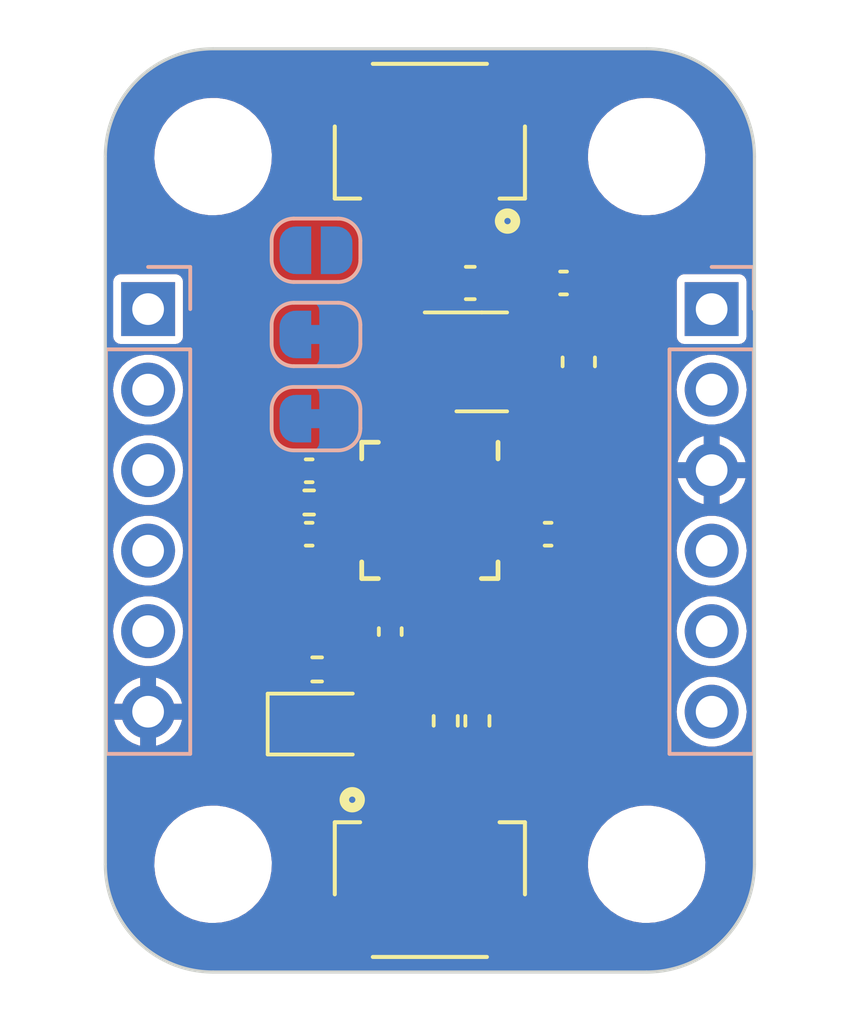
<source format=kicad_pcb>
(kicad_pcb (version 20221018) (generator pcbnew)
  (layers (0 "F.Cu" signal) (31 "B.Cu" signal) (34 "B.Paste" user) (35 "F.Paste" user) (36 "B.SilkS" user "B.Silkscreen") (37 "F.SilkS" user "F.Silkscreen") (38 "B.Mask" user) (39 "F.Mask" user) (44 "Edge.Cuts" user))
  (net 0 "")
  (net 1 "+3V3")
  (net 2 "GND")
  (net 3 "Net-(U1-REGOUT)")
  (net 4 "Net-(U1-CPOUT)")
  (net 5 "VDD")
  (net 6 "Net-(D1-A)")
  (net 7 "/SCL")
  (net 8 "/SDA")
  (net 9 "/INT")
  (net 10 "/AD0")
  (net 11 "/FSYNC_IN")
  (net 12 "/SCL_EXT")
  (net 13 "/SDA_EXT")
  (net 14 "/CLKIN")
  (footprint "Resistor_SMD:R_0402_1005Metric" (layer "F.Cu") (at 168.3004 120.9548)
    (fp_text reference "R4" hide)
    (fp_text value "4K7")
    (fp_line (start -0.153641 -0.38) (end 0.153641 -0.38) (stroke (width 0.12)) (layer "F.SilkS"))
    (fp_line (start -0.153641 0.38) (end 0.153641 0.38) (stroke (width 0.12)) (layer "F.SilkS"))
    (pad "1" smd roundrect (at -0.51 0) (size 0.54 0.64) (layers "F.Cu" "F.Paste" "F.Mask") (net 1 "+3V3"))
    (pad "2" smd roundrect (at 0.51 0) (size 0.54 0.64) (layers "F.Cu" "F.Paste" "F.Mask") (net 6 "Net-(D1-A)"))
  )
  (footprint "Capacitor_SMD:C_0402_1005Metric" (layer "F.Cu") (at 175.5876 116.6883)
    (fp_text reference "C3" hide)
    (fp_text value "2.2nF")
    (fp_line (start -0.107836 -0.36) (end 0.107836 -0.36) (stroke (width 0.12)) (layer "F.SilkS"))
    (fp_line (start -0.107836 0.36) (end 0.107836 0.36) (stroke (width 0.12)) (layer "F.SilkS"))
    (pad "1" smd roundrect (at -0.48 0) (size 0.56 0.62) (layers "F.Cu" "F.Paste" "F.Mask") (net 4 "Net-(U1-CPOUT)"))
    (pad "2" smd roundrect (at 0.48 0) (size 0.56 0.62) (layers "F.Cu" "F.Paste" "F.Mask") (net 2 "GND"))
  )
  (footprint "Resistor_SMD:R_0402_1005Metric" (layer "F.Cu") (at 173.3574 122.5764 -90)
    (fp_text reference "R2" hide)
    (fp_text value "2K2")
    (fp_line (start -0.153641 -0.38) (end 0.153641 -0.38) (stroke (width 0.12)) (layer "F.SilkS"))
    (fp_line (start -0.153641 0.38) (end 0.153641 0.38) (stroke (width 0.12)) (layer "F.SilkS"))
    (pad "1" smd roundrect (at -0.51 0 270) (size 0.54 0.64) (layers "F.Cu" "F.Paste" "F.Mask") (net 1 "+3V3"))
    (pad "2" smd roundrect (at 0.51 0 270) (size 0.54 0.64) (layers "F.Cu" "F.Paste" "F.Mask") (net 7 "/SCL"))
  )
  (footprint "Capacitor_SMD:C_0402_1005Metric" (layer "F.Cu") (at 170.6074 119.761 -90)
    (fp_text reference "C4" hide)
    (fp_text value "100nF")
    (fp_line (start -0.107836 -0.36) (end 0.107836 -0.36) (stroke (width 0.12)) (layer "F.SilkS"))
    (fp_line (start -0.107836 0.36) (end 0.107836 0.36) (stroke (width 0.12)) (layer "F.SilkS"))
    (pad "1" smd roundrect (at -0.48 0 270) (size 0.56 0.62) (layers "F.Cu" "F.Paste" "F.Mask") (net 1 "+3V3"))
    (pad "2" smd roundrect (at 0.48 0 270) (size 0.56 0.62) (layers "F.Cu" "F.Paste" "F.Mask") (net 2 "GND"))
  )
  (footprint "Sensor_Motion:InvenSense_QFN-24_4x4mm_P0.5mm" (layer "F.Cu") (at 171.8574 115.9383 -90)
    (fp_text reference "U1" hide)
    (fp_text value "MPU-6050")
    (fp_line (start -2.15 -2.15) (end -1.625 -2.15) (stroke (width 0.15)) (layer "F.SilkS"))
    (fp_line (start -2.15 2.15) (end -2.15 1.625) (stroke (width 0.15)) (layer "F.SilkS"))
    (fp_line (start -2.15 2.15) (end -1.625 2.15) (stroke (width 0.15)) (layer "F.SilkS"))
    (fp_line (start 2.15 -2.15) (end 1.625 -2.15) (stroke (width 0.15)) (layer "F.SilkS"))
    (fp_line (start 2.15 -2.15) (end 2.15 -1.625) (stroke (width 0.15)) (layer "F.SilkS"))
    (fp_line (start 2.15 2.15) (end 1.625 2.15) (stroke (width 0.15)) (layer "F.SilkS"))
    (fp_line (start 2.15 2.15) (end 2.15 1.625) (stroke (width 0.15)) (layer "F.SilkS"))
    (pad "1" smd roundrect (at -1.95 -1.25 270) (size 0.85 0.3) (layers "F.Cu" "F.Paste" "F.Mask") (net 14 "/CLKIN"))
    (pad "2" smd roundrect (at -1.95 -0.75 270) (size 0.85 0.3) (layers "F.Cu" "F.Paste" "F.Mask"))
    (pad "3" smd roundrect (at -1.95 -0.25 270) (size 0.85 0.3) (layers "F.Cu" "F.Paste" "F.Mask"))
    (pad "4" smd roundrect (at -1.95 0.25 270) (size 0.85 0.3) (layers "F.Cu" "F.Paste" "F.Mask"))
    (pad "5" smd roundrect (at -1.95 0.75 270) (size 0.85 0.3) (layers "F.Cu" "F.Paste" "F.Mask"))
    (pad "6" smd roundrect (at -1.95 1.25 270) (size 0.85 0.3) (layers "F.Cu" "F.Paste" "F.Mask") (net 13 "/SDA_EXT"))
    (pad "7" smd roundrect (at -1.25 1.95) (size 0.85 0.3) (layers "F.Cu" "F.Paste" "F.Mask") (net 12 "/SCL_EXT"))
    (pad "8" smd roundrect (at -0.75 1.95) (size 0.85 0.3) (layers "F.Cu" "F.Paste" "F.Mask") (net 1 "+3V3"))
    (pad "9" smd roundrect (at -0.25 1.95) (size 0.85 0.3) (layers "F.Cu" "F.Paste" "F.Mask") (net 10 "/AD0"))
    (pad "10" smd roundrect (at 0.25 1.95) (size 0.85 0.3) (layers "F.Cu" "F.Paste" "F.Mask") (net 3 "Net-(U1-REGOUT)"))
    (pad "11" smd roundrect (at 0.75 1.95) (size 0.85 0.3) (layers "F.Cu" "F.Paste" "F.Mask") (net 11 "/FSYNC_IN"))
    (pad "12" smd roundrect (at 1.25 1.95) (size 0.85 0.3) (layers "F.Cu" "F.Paste" "F.Mask") (net 9 "/INT"))
    (pad "13" smd roundrect (at 1.95 1.25 270) (size 0.85 0.3) (layers "F.Cu" "F.Paste" "F.Mask") (net 1 "+3V3"))
    (pad "14" smd roundrect (at 1.95 0.75 270) (size 0.85 0.3) (layers "F.Cu" "F.Paste" "F.Mask"))
    (pad "15" smd roundrect (at 1.95 0.25 270) (size 0.85 0.3) (layers "F.Cu" "F.Paste" "F.Mask"))
    (pad "16" smd roundrect (at 1.95 -0.25 270) (size 0.85 0.3) (layers "F.Cu" "F.Paste" "F.Mask"))
    (pad "17" smd roundrect (at 1.95 -0.75 270) (size 0.85 0.3) (layers "F.Cu" "F.Paste" "F.Mask"))
    (pad "18" smd roundrect (at 1.95 -1.25 270) (size 0.85 0.3) (layers "F.Cu" "F.Paste" "F.Mask") (net 2 "GND"))
    (pad "19" smd roundrect (at 1.25 -1.95) (size 0.85 0.3) (layers "F.Cu" "F.Paste" "F.Mask"))
    (pad "20" smd roundrect (at 0.75 -1.95) (size 0.85 0.3) (layers "F.Cu" "F.Paste" "F.Mask") (net 4 "Net-(U1-CPOUT)"))
    (pad "21" smd roundrect (at 0.25 -1.95) (size 0.85 0.3) (layers "F.Cu" "F.Paste" "F.Mask"))
    (pad "22" smd roundrect (at -0.25 -1.95) (size 0.85 0.3) (layers "F.Cu" "F.Paste" "F.Mask"))
    (pad "23" smd roundrect (at -0.75 -1.95) (size 0.85 0.3) (layers "F.Cu" "F.Paste" "F.Mask") (net 7 "/SCL"))
    (pad "24" smd roundrect (at -1.25 -1.95) (size 0.85 0.3) (layers "F.Cu" "F.Paste" "F.Mask") (net 8 "/SDA"))
    (zone (net 0) (net_name "") (layer "F.Cu") (connect_pads (clearance 0)) (min_thickness 0.254)
      (keepout (tracks not_allowed) (vias not_allowed) (pads not_allowed) (copperpour not_allowed) (footprints allowed))
      (fill (thermal_gap 0.508) (thermal_bridge_width 0.508))
      (polygon (pts (xy 173.1824 114.5633) (xy 173.1824 117.3133) (xy 170.5324 117.3133) (xy 170.5324 114.5633)))
    )
  )
  (footprint "Resistor_SMD:R_0402_1005Metric" (layer "F.Cu") (at 168.049 115.6883 180)
    (fp_text reference "R3" hide)
    (fp_text value "10K")
    (fp_line (start -0.153641 -0.38) (end 0.153641 -0.38) (stroke (width 0.12)) (layer "F.SilkS"))
    (fp_line (start -0.153641 0.38) (end 0.153641 0.38) (stroke (width 0.12)) (layer "F.SilkS"))
    (pad "1" smd roundrect (at -0.51 0 180) (size 0.54 0.64) (layers "F.Cu" "F.Paste" "F.Mask") (net 10 "/AD0"))
    (pad "2" smd roundrect (at 0.51 0 180) (size 0.54 0.64) (layers "F.Cu" "F.Paste" "F.Mask") (net 2 "GND"))
  )
  (footprint "Package_TO_SOT_SMD:SOT-23-5" (layer "F.Cu") (at 173.4949 111.2534)
    (fp_text reference "U2" hide)
    (fp_text value "AP2112K-3.3")
    (fp_line (start 0 -1.56) (end -1.8 -1.56) (stroke (width 0.12)) (layer "F.SilkS"))
    (fp_line (start 0 -1.56) (end 0.8 -1.56) (stroke (width 0.12)) (layer "F.SilkS"))
    (fp_line (start 0 1.56) (end -0.8 1.56) (stroke (width 0.12)) (layer "F.SilkS"))
    (fp_line (start 0 1.56) (end 0.8 1.56) (stroke (width 0.12)) (layer "F.SilkS"))
    (pad "1" smd roundrect (at -1.1375 -0.95) (size 1.325 0.6) (layers "F.Cu" "F.Paste" "F.Mask") (net 5 "VDD"))
    (pad "2" smd roundrect (at -1.1375 0) (size 1.325 0.6) (layers "F.Cu" "F.Paste" "F.Mask") (net 2 "GND"))
    (pad "3" smd roundrect (at -1.1375 0.95) (size 1.325 0.6) (layers "F.Cu" "F.Paste" "F.Mask") (net 5 "VDD"))
    (pad "4" smd roundrect (at 1.1375 0.95) (size 1.325 0.6) (layers "F.Cu" "F.Paste" "F.Mask"))
    (pad "5" smd roundrect (at 1.1375 -0.95) (size 1.325 0.6) (layers "F.Cu" "F.Paste" "F.Mask") (net 1 "+3V3"))
  )
  (footprint "Capacitor_SMD:C_0603_1608Metric" (layer "F.Cu") (at 176.5554 111.2534 -90)
    (fp_text reference "C6" hide)
    (fp_text value "4u7")
    (fp_line (start -0.14058 -0.51) (end 0.14058 -0.51) (stroke (width 0.12)) (layer "F.SilkS"))
    (fp_line (start -0.14058 0.51) (end 0.14058 0.51) (stroke (width 0.12)) (layer "F.SilkS"))
    (pad "1" smd roundrect (at -0.775 0 270) (size 0.9 0.95) (layers "F.Cu" "F.Paste" "F.Mask") (net 1 "+3V3"))
    (pad "2" smd roundrect (at 0.775 0 270) (size 0.9 0.95) (layers "F.Cu" "F.Paste" "F.Mask") (net 2 "GND"))
  )
  (footprint "Capacitor_SMD:C_0603_1608Metric" (layer "F.Cu") (at 173.1324 108.7642)
    (fp_text reference "C5" hide)
    (fp_text value "2u2")
    (fp_line (start -0.14058 -0.51) (end 0.14058 -0.51) (stroke (width 0.12)) (layer "F.SilkS"))
    (fp_line (start -0.14058 0.51) (end 0.14058 0.51) (stroke (width 0.12)) (layer "F.SilkS"))
    (pad "1" smd roundrect (at -0.775 0) (size 0.9 0.95) (layers "F.Cu" "F.Paste" "F.Mask") (net 5 "VDD"))
    (pad "2" smd roundrect (at 0.775 0) (size 0.9 0.95) (layers "F.Cu" "F.Paste" "F.Mask") (net 2 "GND"))
  )
  (footprint "LED_SMD:LED_0805_2012Metric" (layer "F.Cu") (at 168.4251 122.678)
    (fp_text reference "D1" hide)
    (fp_text value "LED")
    (fp_line (start -1.685 -0.96) (end -1.685 0.96) (stroke (width 0.12)) (layer "F.SilkS"))
    (fp_line (start -1.685 0.96) (end 1 0.96) (stroke (width 0.12)) (layer "F.SilkS"))
    (fp_line (start 1 -0.96) (end -1.685 -0.96) (stroke (width 0.12)) (layer "F.SilkS"))
    (pad "1" smd roundrect (at -0.9375 0) (size 0.975 1.4) (layers "F.Cu" "F.Paste" "F.Mask") (net 2 "GND"))
    (pad "2" smd roundrect (at 0.9375 0) (size 0.975 1.4) (layers "F.Cu" "F.Paste" "F.Mask") (net 6 "Net-(D1-A)"))
  )
  (footprint "MountingHole:MountingHole_3.2mm_M3" (layer "F.Cu") (at 165.0174 127.1002)
    (fp_text reference "H4" hide)
    (fp_text value "MountingHole")
    (pad "" np_thru_hole circle (at 0 0) (size 3.2 3.2) (drill 3.2) (layers "*.Cu" "*.Mask"))
  )
  (footprint "MountingHole:MountingHole_3.2mm_M3" (layer "F.Cu") (at 165.0174 104.7764)
    (fp_text reference "H2" hide)
    (fp_text value "MountingHole")
    (pad "" np_thru_hole circle (at 0 0) (size 3.2 3.2) (drill 3.2) (layers "*.Cu" "*.Mask"))
  )
  (footprint "Capacitor_SMD:C_0402_1005Metric" (layer "F.Cu") (at 176.0754 108.7642 180)
    (fp_text reference "C7" hide)
    (fp_text value "100nF")
    (fp_line (start -0.107836 -0.36) (end 0.107836 -0.36) (stroke (width 0.12)) (layer "F.SilkS"))
    (fp_line (start -0.107836 0.36) (end 0.107836 0.36) (stroke (width 0.12)) (layer "F.SilkS"))
    (pad "1" smd roundrect (at -0.48 0 180) (size 0.56 0.62) (layers "F.Cu" "F.Paste" "F.Mask") (net 1 "+3V3"))
    (pad "2" smd roundrect (at 0.48 0 180) (size 0.56 0.62) (layers "F.Cu" "F.Paste" "F.Mask") (net 2 "GND"))
  )
  (footprint "MountingHole:MountingHole_3.2mm_M3" (layer "F.Cu") (at 178.6974 104.7764)
    (fp_text reference "H1" hide)
    (fp_text value "MountingHole")
    (pad "" np_thru_hole circle (at 0 0) (size 3.2 3.2) (drill 3.2) (layers "*.Cu" "*.Mask"))
  )
  (footprint "Capacitor_SMD:C_0402_1005Metric" (layer "F.Cu") (at 168.049 114.6883 180)
    (fp_text reference "C1" hide)
    (fp_text value "100nF")
    (fp_line (start -0.107836 -0.36) (end 0.107836 -0.36) (stroke (width 0.12)) (layer "F.SilkS"))
    (fp_line (start -0.107836 0.36) (end 0.107836 0.36) (stroke (width 0.12)) (layer "F.SilkS"))
    (pad "1" smd roundrect (at -0.48 0 180) (size 0.56 0.62) (layers "F.Cu" "F.Paste" "F.Mask") (net 1 "+3V3"))
    (pad "2" smd roundrect (at 0.48 0 180) (size 0.56 0.62) (layers "F.Cu" "F.Paste" "F.Mask") (net 2 "GND"))
  )
  (footprint "SM04B-SRSS-TB_LF__SN_:JST_SM04B-SRSS-TB_LF__SN_" (layer "F.Cu") (at 171.8574 106.4264 180)
    (fp_text reference "J1" hide)
    (fp_text value "I2C")
    (fp_line (start -3 0.325) (end -3 2.6) (stroke (width 0.127)) (layer "F.SilkS"))
    (fp_line (start -2.2 0.325) (end -3 0.325) (stroke (width 0.127)) (layer "F.SilkS"))
    (fp_line (start -1.8 4.575) (end 1.8 4.575) (stroke (width 0.127)) (layer "F.SilkS"))
    (fp_line (start 2.2 0.325) (end 3 0.325) (stroke (width 0.127)) (layer "F.SilkS"))
    (fp_line (start 3 0.325) (end 3 2.6) (stroke (width 0.127)) (layer "F.SilkS"))
    (fp_circle (center -2.45 -0.385) (end -2.35 -0.385) (stroke (width 0.3)) (fill none) (layer "F.SilkS"))
    (pad "1" smd rect (at -1.5 0 180) (size 0.6 1.55) (layers "F.Cu" "F.Paste" "F.Mask") (net 2 "GND"))
    (pad "2" smd rect (at -0.5 0 180) (size 0.6 1.55) (layers "F.Cu" "F.Paste" "F.Mask") (net 5 "VDD"))
    (pad "3" smd rect (at 0.5 0 180) (size 0.6 1.55) (layers "F.Cu" "F.Paste" "F.Mask") (net 8 "/SDA"))
    (pad "4" smd rect (at 1.5 0 180) (size 0.6 1.55) (layers "F.Cu" "F.Paste" "F.Mask") (net 7 "/SCL"))
    (pad "S1" smd rect (at -2.8 3.875) (size 1.2 1.8) (layers "F.Cu" "F.Paste" "F.Mask") (net 2 "GND"))
    (pad "S2" smd rect (at 2.8 3.875) (size 1.2 1.8) (layers "F.Cu" "F.Paste" "F.Mask") (net 2 "GND"))
  )
  (footprint "Resistor_SMD:R_0402_1005Metric" (layer "F.Cu") (at 172.3574 122.5764 -90)
    (fp_text reference "R1" hide)
    (fp_text value "2K2")
    (fp_line (start -0.153641 -0.38) (end 0.153641 -0.38) (stroke (width 0.12)) (layer "F.SilkS"))
    (fp_line (start -0.153641 0.38) (end 0.153641 0.38) (stroke (width 0.12)) (layer "F.SilkS"))
    (pad "1" smd roundrect (at -0.51 0 270) (size 0.54 0.64) (layers "F.Cu" "F.Paste" "F.Mask") (net 1 "+3V3"))
    (pad "2" smd roundrect (at 0.51 0 270) (size 0.54 0.64) (layers "F.Cu" "F.Paste" "F.Mask") (net 8 "/SDA"))
  )
  (footprint "SM04B-SRSS-TB_LF__SN_:JST_SM04B-SRSS-TB_LF__SN_" (layer "F.Cu") (at 171.8574 125.4502)
    (fp_text reference "J5" hide)
    (fp_text value "I2C")
    (fp_line (start -3 0.325) (end -3 2.6) (stroke (width 0.127)) (layer "F.SilkS"))
    (fp_line (start -2.2 0.325) (end -3 0.325) (stroke (width 0.127)) (layer "F.SilkS"))
    (fp_line (start -1.8 4.575) (end 1.8 4.575) (stroke (width 0.127)) (layer "F.SilkS"))
    (fp_line (start 2.2 0.325) (end 3 0.325) (stroke (width 0.127)) (layer "F.SilkS"))
    (fp_line (start 3 0.325) (end 3 2.6) (stroke (width 0.127)) (layer "F.SilkS"))
    (fp_circle (center -2.45 -0.385) (end -2.35 -0.385) (stroke (width 0.3)) (fill none) (layer "F.SilkS"))
    (pad "1" smd rect (at -1.5 0) (size 0.6 1.55) (layers "F.Cu" "F.Paste" "F.Mask") (net 2 "GND"))
    (pad "2" smd rect (at -0.5 0) (size 0.6 1.55) (layers "F.Cu" "F.Paste" "F.Mask") (net 5 "VDD"))
    (pad "3" smd rect (at 0.5 0) (size 0.6 1.55) (layers "F.Cu" "F.Paste" "F.Mask") (net 8 "/SDA"))
    (pad "4" smd rect (at 1.5 0) (size 0.6 1.55) (layers "F.Cu" "F.Paste" "F.Mask") (net 7 "/SCL"))
    (pad "S1" smd rect (at -2.8 3.875 180) (size 1.2 1.8) (layers "F.Cu" "F.Paste" "F.Mask") (net 2 "GND"))
    (pad "S2" smd rect (at 2.8 3.875 180) (size 1.2 1.8) (layers "F.Cu" "F.Paste" "F.Mask") (net 2 "GND"))
  )
  (footprint "MountingHole:MountingHole_3.2mm_M3" (layer "F.Cu") (at 178.6974 127.1002)
    (fp_text reference "H3" hide)
    (fp_text value "MountingHole")
    (pad "" np_thru_hole circle (at 0 0) (size 3.2 3.2) (drill 3.2) (layers "*.Cu" "*.Mask"))
  )
  (footprint "Capacitor_SMD:C_0402_1005Metric" (layer "F.Cu") (at 168.049 116.6883 180)
    (fp_text reference "C2" hide)
    (fp_text value "100nF")
    (fp_line (start -0.107836 -0.36) (end 0.107836 -0.36) (stroke (width 0.12)) (layer "F.SilkS"))
    (fp_line (start -0.107836 0.36) (end 0.107836 0.36) (stroke (width 0.12)) (layer "F.SilkS"))
    (pad "1" smd roundrect (at -0.48 0 180) (size 0.56 0.62) (layers "F.Cu" "F.Paste" "F.Mask") (net 3 "Net-(U1-REGOUT)"))
    (pad "2" smd roundrect (at 0.48 0 180) (size 0.56 0.62) (layers "F.Cu" "F.Paste" "F.Mask") (net 2 "GND"))
  )
  (footprint "Jumper:SolderJumper-2_P1.3mm_Bridged_RoundedPad1.0x1.5mm" (layer "B.Cu") (at 168.2646 110.3884 180)
    (fp_text reference "JP2" hide)
    (fp_text value "JMP")
    (fp_poly (pts (xy 0.25 0.3) (xy -0.25 0.3) (xy -0.25 -0.3) (xy 0.25 -0.3)) (fill solid) (layer "B.Cu"))
    (fp_line (start -1.4 -0.3) (end -1.4 0.3) (stroke (width 0.12)) (layer "B.SilkS"))
    (fp_line (start -0.7 1) (end 0.7 1) (stroke (width 0.12)) (layer "B.SilkS"))
    (fp_line (start 0.7 -1) (end -0.7 -1) (stroke (width 0.12)) (layer "B.SilkS"))
    (fp_line (start 1.4 0.3) (end 1.4 -0.3) (stroke (width 0.12)) (layer "B.SilkS"))
    (fp_arc (start -1.4 -0.3) (mid -1.194975 -0.794975) (end -0.7 -1) (stroke (width 0.12)) (layer "B.SilkS"))
    (fp_arc (start -0.7 1) (mid -1.194975 0.794975) (end -1.4 0.3) (stroke (width 0.12)) (layer "B.SilkS"))
    (fp_arc (start 0.7 -1) (mid 1.194975 -0.794975) (end 1.4 -0.3) (stroke (width 0.12)) (layer "B.SilkS"))
    (fp_arc (start 1.4 0.3) (mid 1.194975 0.794975) (end 0.7 1) (stroke (width 0.12)) (layer "B.SilkS"))
    (pad "1" smd custom (at -0.65 0 180) (size 1 0.5) (layers "B.Cu" "B.Mask") (net 2 "GND") (options (clearance outline) (anchor rect)) (primitives (gr_circle (center 0 -0.25) (end 0.5 -0.25) (width 0) (fill yes)) (gr_circle (center 0 0.25) (end 0.5 0.25) (width 0) (fill yes)) (gr_poly (pts (xy 0.5 -0.75) (xy 0 -0.75) (xy 0 0.75) (xy 0.5 0.75)) (width 0) (fill yes))))
    (pad "2" smd custom (at 0.65 0 180) (size 1 0.5) (layers "B.Cu" "B.Mask") (net 14 "/CLKIN") (options (clearance outline) (anchor rect)) (primitives (gr_circle (center 0 -0.25) (end 0.5 -0.25) (width 0) (fill yes)) (gr_circle (center 0 0.25) (end 0.5 0.25) (width 0) (fill yes)) (gr_poly (pts (xy 0 -0.75) (xy -0.5 -0.75) (xy -0.5 0.75) (xy 0 0.75)) (width 0) (fill yes))))
  )
  (footprint "Jumper:SolderJumper-2_P1.3mm_Bridged_RoundedPad1.0x1.5mm" (layer "B.Cu") (at 168.2646 113.0442 180)
    (fp_text reference "JP3" hide)
    (fp_text value "JMP")
    (fp_poly (pts (xy 0.25 0.3) (xy -0.25 0.3) (xy -0.25 -0.3) (xy 0.25 -0.3)) (fill solid) (layer "B.Cu"))
    (fp_line (start -1.4 -0.3) (end -1.4 0.3) (stroke (width 0.12)) (layer "B.SilkS"))
    (fp_line (start -0.7 1) (end 0.7 1) (stroke (width 0.12)) (layer "B.SilkS"))
    (fp_line (start 0.7 -1) (end -0.7 -1) (stroke (width 0.12)) (layer "B.SilkS"))
    (fp_line (start 1.4 0.3) (end 1.4 -0.3) (stroke (width 0.12)) (layer "B.SilkS"))
    (fp_arc (start -1.4 -0.3) (mid -1.194975 -0.794975) (end -0.7 -1) (stroke (width 0.12)) (layer "B.SilkS"))
    (fp_arc (start -0.7 1) (mid -1.194975 0.794975) (end -1.4 0.3) (stroke (width 0.12)) (layer "B.SilkS"))
    (fp_arc (start 0.7 -1) (mid 1.194975 -0.794975) (end 1.4 -0.3) (stroke (width 0.12)) (layer "B.SilkS"))
    (fp_arc (start 1.4 0.3) (mid 1.194975 0.794975) (end 0.7 1) (stroke (width 0.12)) (layer "B.SilkS"))
    (pad "1" smd custom (at -0.65 0 180) (size 1 0.5) (layers "B.Cu" "B.Mask") (net 2 "GND") (options (clearance outline) (anchor rect)) (primitives (gr_circle (center 0 -0.25) (end 0.5 -0.25) (width 0) (fill yes)) (gr_circle (center 0 0.25) (end 0.5 0.25) (width 0) (fill yes)) (gr_poly (pts (xy 0.5 -0.75) (xy 0 -0.75) (xy 0 0.75) (xy 0.5 0.75)) (width 0) (fill yes))))
    (pad "2" smd custom (at 0.65 0 180) (size 1 0.5) (layers "B.Cu" "B.Mask") (net 11 "/FSYNC_IN") (options (clearance outline) (anchor rect)) (primitives (gr_circle (center 0 -0.25) (end 0.5 -0.25) (width 0) (fill yes)) (gr_circle (center 0 0.25) (end 0.5 0.25) (width 0) (fill yes)) (gr_poly (pts (xy 0 -0.75) (xy -0.5 -0.75) (xy -0.5 0.75) (xy 0 0.75)) (width 0) (fill yes))))
  )
  (footprint "Connector_PinHeader_2.54mm:PinHeader_1x06_P2.54mm_Vertical" (layer "B.Cu") (at 162.9674 109.5883 180)
    (fp_text reference "J4" hide)
    (fp_text value "Conn_01x06")
    (fp_line (start -1.33 -14.03) (end 1.33 -14.03) (stroke (width 0.12)) (layer "B.SilkS"))
    (fp_line (start -1.33 -1.27) (end -1.33 -14.03) (stroke (width 0.12)) (layer "B.SilkS"))
    (fp_line (start -1.33 -1.27) (end 1.33 -1.27) (stroke (width 0.12)) (layer "B.SilkS"))
    (fp_line (start -1.33 0) (end -1.33 1.33) (stroke (width 0.12)) (layer "B.SilkS"))
    (fp_line (start -1.33 1.33) (end 0 1.33) (stroke (width 0.12)) (layer "B.SilkS"))
    (fp_line (start 1.33 -1.27) (end 1.33 -14.03) (stroke (width 0.12)) (layer "B.SilkS"))
    (pad "1" thru_hole rect (at 0 0 180) (size 1.7 1.7) (drill 1) (layers "*.Cu" "*.Mask") (net 10 "/AD0"))
    (pad "2" thru_hole oval (at 0 -2.54 180) (size 1.7 1.7) (drill 1) (layers "*.Cu" "*.Mask") (net 11 "/FSYNC_IN"))
    (pad "3" thru_hole oval (at 0 -5.08 180) (size 1.7 1.7) (drill 1) (layers "*.Cu" "*.Mask") (net 12 "/SCL_EXT"))
    (pad "4" thru_hole oval (at 0 -7.62 180) (size 1.7 1.7) (drill 1) (layers "*.Cu" "*.Mask") (net 13 "/SDA_EXT"))
    (pad "5" thru_hole oval (at 0 -10.16 180) (size 1.7 1.7) (drill 1) (layers "*.Cu" "*.Mask") (net 14 "/CLKIN"))
    (pad "6" thru_hole oval (at 0 -12.7 180) (size 1.7 1.7) (drill 1) (layers "*.Cu" "*.Mask") (net 2 "GND"))
  )
  (footprint "Jumper:SolderJumper-2_P1.3mm_Open_RoundedPad1.0x1.5mm" (layer "B.Cu") (at 168.2646 107.7326 180)
    (fp_text reference "JP1" hide)
    (fp_text value "JMP")
    (fp_line (start -1.4 -0.3) (end -1.4 0.3) (stroke (width 0.12)) (layer "B.SilkS"))
    (fp_line (start -0.7 1) (end 0.7 1) (stroke (width 0.12)) (layer "B.SilkS"))
    (fp_line (start 0.7 -1) (end -0.7 -1) (stroke (width 0.12)) (layer "B.SilkS"))
    (fp_line (start 1.4 0.3) (end 1.4 -0.3) (stroke (width 0.12)) (layer "B.SilkS"))
    (fp_arc (start -1.4 -0.3) (mid -1.194975 -0.794975) (end -0.7 -1) (stroke (width 0.12)) (layer "B.SilkS"))
    (fp_arc (start -0.7 1) (mid -1.194975 0.794975) (end -1.4 0.3) (stroke (width 0.12)) (layer "B.SilkS"))
    (fp_arc (start 0.7 -1) (mid 1.194975 -0.794975) (end 1.4 -0.3) (stroke (width 0.12)) (layer "B.SilkS"))
    (fp_arc (start 1.4 0.3) (mid 1.194975 0.794975) (end 0.7 1) (stroke (width 0.12)) (layer "B.SilkS"))
    (pad "1" smd custom (at -0.65 0 180) (size 1 0.5) (layers "B.Cu" "B.Mask") (net 10 "/AD0") (options (clearance outline) (anchor rect)) (primitives (gr_circle (center 0 -0.25) (end 0.5 -0.25) (width 0) (fill yes)) (gr_circle (center 0 0.25) (end 0.5 0.25) (width 0) (fill yes)) (gr_poly (pts (xy 0.5 -0.75) (xy 0 -0.75) (xy 0 0.75) (xy 0.5 0.75)) (width 0) (fill yes))))
    (pad "2" smd custom (at 0.65 0 180) (size 1 0.5) (layers "B.Cu" "B.Mask") (net 1 "+3V3") (options (clearance outline) (anchor rect)) (primitives (gr_circle (center 0 -0.25) (end 0.5 -0.25) (width 0) (fill yes)) (gr_circle (center 0 0.25) (end 0.5 0.25) (width 0) (fill yes)) (gr_poly (pts (xy 0 -0.75) (xy -0.5 -0.75) (xy -0.5 0.75) (xy 0 0.75)) (width 0) (fill yes))))
  )
  (footprint "Connector_PinHeader_2.54mm:PinHeader_1x06_P2.54mm_Vertical" (layer "B.Cu") (at 180.7474 109.5883 180)
    (fp_text reference "J3" hide)
    (fp_text value "Conn_01x06")
    (fp_line (start -1.33 -14.03) (end 1.33 -14.03) (stroke (width 0.12)) (layer "B.SilkS"))
    (fp_line (start -1.33 -1.27) (end -1.33 -14.03) (stroke (width 0.12)) (layer "B.SilkS"))
    (fp_line (start -1.33 -1.27) (end 1.33 -1.27) (stroke (width 0.12)) (layer "B.SilkS"))
    (fp_line (start -1.33 0) (end -1.33 1.33) (stroke (width 0.12)) (layer "B.SilkS"))
    (fp_line (start -1.33 1.33) (end 0 1.33) (stroke (width 0.12)) (layer "B.SilkS"))
    (fp_line (start 1.33 -1.27) (end 1.33 -14.03) (stroke (width 0.12)) (layer "B.SilkS"))
    (pad "1" thru_hole rect (at 0 0 180) (size 1.7 1.7) (drill 1) (layers "*.Cu" "*.Mask") (net 5 "VDD"))
    (pad "2" thru_hole oval (at 0 -2.54 180) (size 1.7 1.7) (drill 1) (layers "*.Cu" "*.Mask") (net 1 "+3V3"))
    (pad "3" thru_hole oval (at 0 -5.08 180) (size 1.7 1.7) (drill 1) (layers "*.Cu" "*.Mask") (net 2 "GND"))
    (pad "4" thru_hole oval (at 0 -7.62 180) (size 1.7 1.7) (drill 1) (layers "*.Cu" "*.Mask") (net 7 "/SCL"))
    (pad "5" thru_hole oval (at 0 -10.16 180) (size 1.7 1.7) (drill 1) (layers "*.Cu" "*.Mask") (net 8 "/SDA"))
    (pad "6" thru_hole oval (at 0 -12.7 180) (size 1.7 1.7) (drill 1) (layers "*.Cu" "*.Mask") (net 9 "/INT"))
  )
  (gr_line (start 182.0974 127.1002) (end 182.0974 104.7764) (stroke (width 0.1)) (layer "Edge.Cuts"))
  (gr_arc (start 178.6974 101.3764) (mid 181.101563 102.372237) (end 182.0974 104.7764) (stroke (width 0.1)) (layer "Edge.Cuts"))
  (gr_arc (start 161.6174 104.7764) (mid 162.613237 102.372237) (end 165.0174 101.3764) (stroke (width 0.1)) (layer "Edge.Cuts"))
  (gr_arc (start 182.0974 127.1002) (mid 181.101563 129.504363) (end 178.6974 130.5002) (stroke (width 0.1)) (layer "Edge.Cuts"))
  (gr_line (start 161.6174 127.1002) (end 161.6174 104.7764) (stroke (width 0.1)) (layer "Edge.Cuts"))
  (gr_arc (start 165.0174 130.5002) (mid 162.613237 129.504363) (end 161.6174 127.1002) (stroke (width 0.1)) (layer "Edge.Cuts"))
  (gr_line (start 165.0174 101.3764) (end 178.6974 101.3764) (stroke (width 0.1)) (layer "Edge.Cuts"))
  (gr_line (start 165.0174 130.5002) (end 178.6974 130.5002) (stroke (width 0.1)) (layer "Edge.Cuts"))
  (segment (start 169.9074 115.1883) (end 169.03328 115.1883) (width 0.25) (layer "F.Cu") (net 1))
  (segment (start 168.53328 114.6883) (end 168.529 114.6883) (width 0.25) (layer "F.Cu") (net 1))
  (segment (start 176.5554 108.7642) (end 176.5554 110.4784) (width 0.25) (layer "F.Cu") (net 1))
  (segment (start 176.3804 110.3034) (end 176.5554 110.4784) (width 0.25) (layer "F.Cu") (net 1))
  (segment (start 174.6324 110.3034) (end 176.3804 110.3034) (width 0.25) (layer "F.Cu") (net 1))
  (segment (start 170.6074 119.281) (end 170.6074 117.8883) (width 0.25) (layer "F.Cu") (net 1))
  (segment (start 169.03328 115.1883) (end 168.53328 114.6883) (width 0.25) (layer "F.Cu") (net 1))
  (segment (start 169.03328 116.1883) (end 168.53328 116.6883) (width 0.25) (layer "F.Cu") (net 3))
  (segment (start 168.53328 116.6883) (end 168.529 116.6883) (width 0.25) (layer "F.Cu") (net 3))
  (segment (start 169.9074 116.1883) (end 169.03328 116.1883) (width 0.25) (layer "F.Cu") (net 3))
  (segment (start 175.1076 116.6883) (end 173.8074 116.6883) (width 0.25) (layer "F.Cu") (net 4))
  (segment (start 173.019899 112.2034) (end 173.3449 111.878399) (width 0.25) (layer "F.Cu") (net 5))
  (segment (start 172.3574 110.3034) (end 172.3574 108.7642) (width 0.25) (layer "F.Cu") (net 5))
  (segment (start 172.3574 106.4264) (end 172.3574 108.7642) (width 0.25) (layer "F.Cu") (net 5))
  (segment (start 173.3449 111.878399) (end 173.3449 110.5815) (width 0.25) (layer "F.Cu") (net 5))
  (segment (start 172.3574 112.2034) (end 173.019899 112.2034) (width 0.25) (layer "F.Cu") (net 5))
  (segment (start 173.3449 110.5815) (end 173.0668 110.3034) (width 0.25) (layer "F.Cu") (net 5))
  (segment (start 173.0668 110.3034) (end 172.3574 110.3034) (width 0.25) (layer "F.Cu") (net 5))
  (segment (start 173.3574 123.0864) (end 173.3574 125.4502) (width 0.25) (layer "F.Cu") (net 7))
  (segment (start 172.3574 123.0864) (end 172.3574 125.4502) (width 0.25) (layer "F.Cu") (net 8))
  (segment (start 168.559 115.6883) (end 169.9074 115.6883) (width 0.25) (layer "F.Cu") (net 10))
  (zone (net 2) (net_name "GND") (layer "F.Cu") (connect_pads thru_hole_only (clearance 0.25)) (min_thickness 0.25) (fill yes (thermal_gap 0.25) (thermal_bridge_width 0.5))
    (polygon (pts (arc (start 182.0974 127.1002) (mid 181.101563 129.504363) (end 178.6974 130.5002)) (arc (start 165.0174 130.5002) (mid 162.613237 129.504363) (end 161.6174 127.1002)) (arc (start 161.6174 104.7764) (mid 162.613237 102.372237) (end 165.0174 101.3764)) (arc (start 178.6974 101.3764) (mid 181.101563 102.372237) (end 182.0974 104.7764))))
  )
  (zone (net 2) (net_name "GND") (layer "B.Cu") (connect_pads thru_hole_only (clearance 0.25)) (min_thickness 0.25) (fill yes (thermal_gap 0.25) (thermal_bridge_width 0.5))
    (polygon (pts (arc (start 182.0974 127.1002) (mid 181.101563 129.504363) (end 178.6974 130.5002)) (arc (start 165.0174 130.5002) (mid 162.613237 129.504363) (end 161.6174 127.1002)) (arc (start 161.6174 104.7764) (mid 162.613237 102.372237) (end 165.0174 101.3764)) (arc (start 178.6974 101.3764) (mid 181.101563 102.372237) (end 182.0974 104.7764))))
  )
)
</source>
